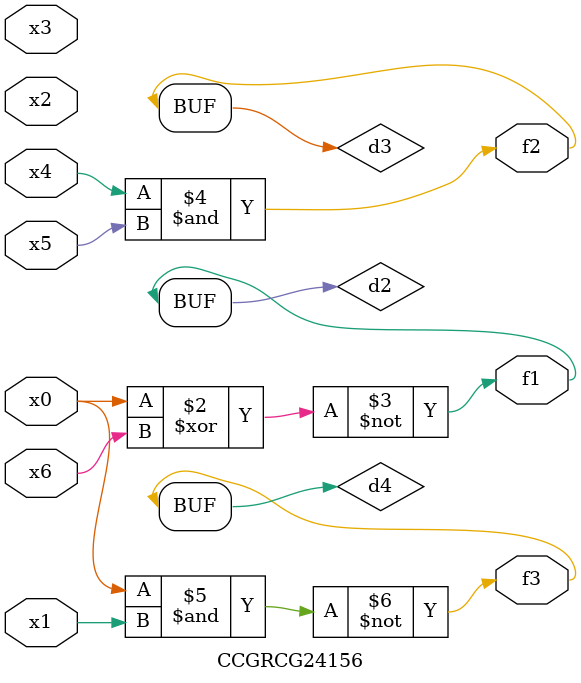
<source format=v>
module CCGRCG24156(
	input x0, x1, x2, x3, x4, x5, x6,
	output f1, f2, f3
);

	wire d1, d2, d3, d4;

	nor (d1, x0);
	xnor (d2, x0, x6);
	and (d3, x4, x5);
	nand (d4, x0, x1);
	assign f1 = d2;
	assign f2 = d3;
	assign f3 = d4;
endmodule

</source>
